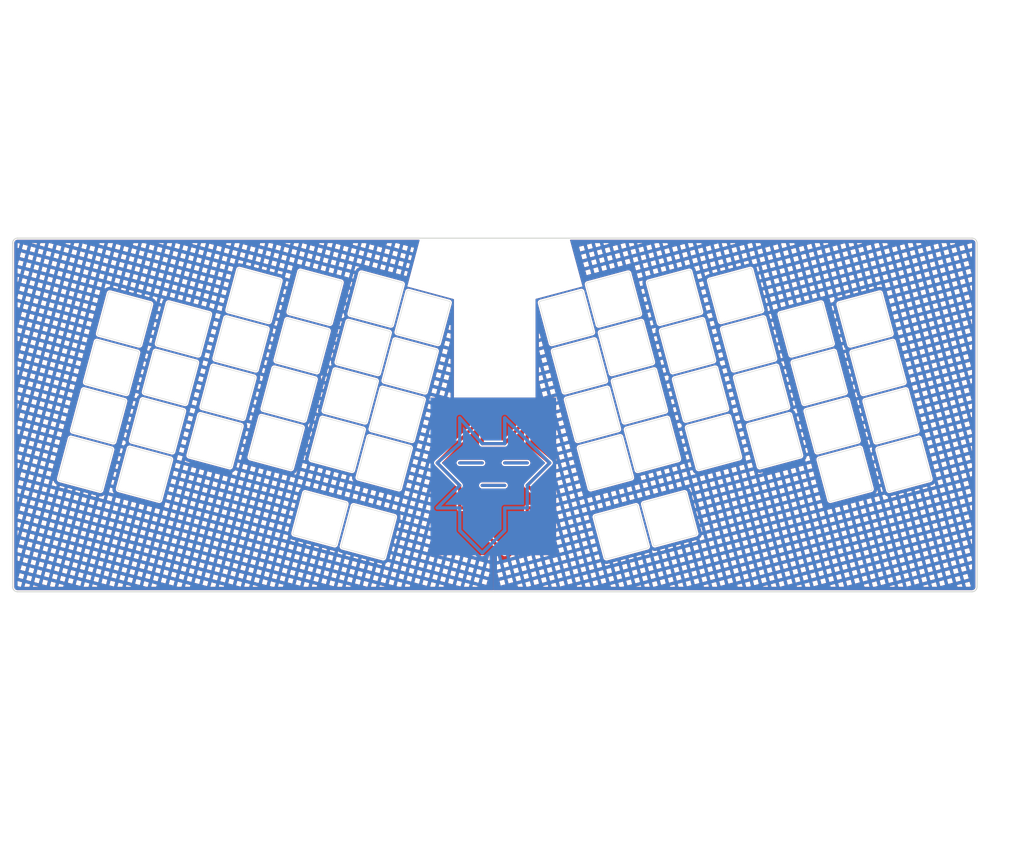
<source format=kicad_pcb>
(kicad_pcb (version 20220131) (generator pcbnew)
  (title_block (title "plate") (rev "v1.0.0") (company "Unknown"))
  (layers (0 "F.Cu" signal) (31 "B.Cu" signal) (34 "B.Paste" user) (35 "F.Paste" user) (36 "B.SilkS" user "B.Silkscreen") (37 "F.SilkS" user "F.Silkscreen") (38 "B.Mask" user) (39 "F.Mask" user) (44 "Edge.Cuts" user))
  (net 0 "")
  (gr_line (start 210.58 165.01) (end 210.58 158.01) (stroke (width 1)) (layer "F.Cu"))
  (gr_line (start 217.58 172.01) (end 210.58 165.01) (stroke (width 1)) (layer "F.Cu"))
  (gr_line (start 224.58 138.01) (end 231.58 144.01) (stroke (width 1)) (layer "F.Cu"))
  (gr_line (start 210.58 151.01) (end 217.58 151.01) (stroke (width 1)) (layer "F.Cu"))
  (gr_line (start 217.58 138.01) (end 224.58 130.01) (stroke (width 1)) (layer "F.Cu"))
  (gr_line (start 203.58 144.01) (end 210.58 144.01) (stroke (width 1)) (layer "F.Cu"))
  (gr_line (start 217.58 144.01) (end 224.58 144.01) (stroke (width 1)) (layer "F.Cu"))
  (gr_line (start 231.58 158.01) (end 224.58 158.01) (stroke (width 1)) (layer "F.Cu"))
  (gr_line (start 231.58 144.01) (end 224.58 151.01) (stroke (width 1)) (layer "F.Cu"))
  (gr_line (start 210.58 130.01) (end 210.58 138.01) (stroke (width 1)) (layer "F.Cu"))
  (gr_line (start 210.58 138.01) (end 217.58 138.01) (stroke (width 1)) (layer "F.Cu"))
  (gr_line (start 203.58 158.01) (end 203.58 151.01) (stroke (width 1)) (layer "F.Cu"))
  (gr_line (start 210.58 158.01) (end 203.58 158.01) (stroke (width 1)) (layer "F.Cu"))
  (gr_line (start 224.58 165.01) (end 217.58 172.01) (stroke (width 1)) (layer "F.Cu"))
  (gr_line (start 196.58 144.01) (end 210.58 130.01) (stroke (width 1)) (layer "F.Cu"))
  (gr_line (start 224.58 158.01) (end 224.58 165.01) (stroke (width 1)) (layer "F.Cu"))
  (gr_line (start 203.58 151.01) (end 196.58 144.01) (stroke (width 1)) (layer "F.Cu"))
  (gr_line (start 224.58 151.01) (end 231.58 158.01) (stroke (width 1)) (layer "F.Cu"))
  (gr_line (start 224.58 130.01) (end 224.58 138.01) (stroke (width 1)) (layer "F.Cu"))
  (gr_line (start 224.58 158.01) (end 217.58 158.01) (stroke (width 1)) (layer "B.Cu"))
  (gr_line (start 231.58 144.01) (end 224.58 151.01) (stroke (width 1)) (layer "B.Cu"))
  (gr_line (start 217.58 138.01) (end 217.58 130.01) (stroke (width 1)) (layer "B.Cu"))
  (gr_line (start 196.58 158.01) (end 203.58 151.01) (stroke (width 1)) (layer "B.Cu"))
  (gr_line (start 203.58 130.01) (end 210.58 138.01) (stroke (width 1)) (layer "B.Cu"))
  (gr_line (start 217.58 138.01) (end 217.58 130.01) (stroke (width 1)) (layer "B.Cu"))
  (gr_line (start 210.58 151.01) (end 217.58 151.01) (stroke (width 1)) (layer "B.Cu"))
  (gr_line (start 210.58 144.01) (end 203.58 144.01) (stroke (width 1)) (layer "B.Cu"))
  (gr_line (start 210.58 172.01) (end 203.58 165.01) (stroke (width 1)) (layer "B.Cu"))
  (gr_line (start 196.58 144.01) (end 203.58 138.01) (stroke (width 1)) (layer "B.Cu"))
  (gr_line (start 210.58 138.01) (end 217.58 138.01) (stroke (width 1)) (layer "B.Cu"))
  (gr_line (start 224.58 151.01) (end 224.58 158.01) (stroke (width 1)) (layer "B.Cu"))
  (gr_line (start 203.58 138.01) (end 203.58 130.01) (stroke (width 1)) (layer "B.Cu"))
  (gr_line (start 217.58 130.01) (end 231.58 144.01) (stroke (width 1)) (layer "B.Cu"))
  (gr_line (start 217.58 158.01) (end 217.58 165.01) (stroke (width 1)) (layer "B.Cu"))
  (gr_line (start 203.58 151.01) (end 196.58 144.01) (stroke (width 1)) (layer "B.Cu"))
  (gr_line (start 217.58 165.01) (end 210.58 172.01) (stroke (width 1)) (layer "B.Cu"))
  (gr_line (start 203.58 165.01) (end 203.58 158.01) (stroke (width 1)) (layer "B.Cu"))
  (gr_line (start 217.58 144.01) (end 224.58 144.01) (stroke (width 1)) (layer "B.Cu"))
  (gr_line (start 203.58 158.01) (end 196.58 158.01) (stroke (width 1)) (layer "B.Cu"))
  (gr_arc (start 338.189681 105.8576) (mid 338.56909 105.90755) (end 338.802053 106.211152) (stroke (width 0.15)) (layer "Edge.Cuts"))
  (gr_arc (start 329.256112 122.745208) (mid 328.876702 122.695258) (end 328.643739 122.391655) (stroke (width 0.15)) (layer "Edge.Cuts"))
  (gr_arc (start 127.454121 112.053163) (mid 127.150518 111.8202) (end 127.100567 111.440791) (stroke (width 0.15)) (layer "Edge.Cuts"))
  (gr_line (start 249.364524 173.864521) (end 261.921559 170.499873) (stroke (width 0.15)) (layer "Edge.Cuts"))
  (gr_line (start 245.30166 105.382603) (end 232.744625 108.74725) (stroke (width 0.15)) (layer "Edge.Cuts"))
  (gr_arc (start 362.99934 74.09066) (mid 364.06 74.53) (end 364.49934 75.59066) (stroke (width 0.3)) (layer "Edge.Cuts"))
  (gr_arc (start 192.216477 123.815693) (mid 192.52008 124.048656) (end 192.570031 124.428065) (stroke (width 0.15)) (layer "Edge.Cuts"))
  (gr_line (start 346.204278 133.836631) (end 342.839631 121.279595) (stroke (width 0.15)) (layer "Edge.Cuts"))
  (gr_line (start 154.56143 132.593962) (end 142.004394 129.229314) (stroke (width 0.15)) (layer "Edge.Cuts"))
  (gr_line (start 236.368091 122.270212) (end 248.925127 118.905564) (stroke (width 0.15)) (layer "Edge.Cuts"))
  (gr_line (start 309.973266 141.577677) (end 306.608619 129.020641) (stroke (width 0.15)) (layer "Edge.Cuts"))
  (gr_arc (start 159.62549 115.626484) (mid 159.392527 115.930087) (end 159.013118 115.980038) (stroke (width 0.15)) (layer "Edge.Cuts"))
  (gr_arc (start 162.636584 102.457076) (mid 162.940187 102.690039) (end 162.990138 103.069448) (stroke (width 0.15)) (layer "Edge.Cuts"))
  (gr_arc (start 245.387504 160.953932) (mid 245.437454 160.574522) (end 245.741057 160.341559) (stroke (width 0.15)) (layer "Edge.Cuts"))
  (gr_line (start 286.933728 127.071461) (end 283.569081 114.514425) (stroke (width 0.15)) (layer "Edge.Cuts"))
  (gr_line (start 263.954747 114.723098) (end 251.397711 118.087746) (stroke (width 0.15)) (layer "Edge.Cuts"))
  (gr_line (start 319.008705 155.979876) (end 331.565741 152.615229) (stroke (width 0.15)) (layer "Edge.Cuts"))
  (gr_line (start 289.04808 117.575665) (end 292.412728 130.1327) (stroke (width 0.15)) (layer "Edge.Cuts"))
  (gr_arc (start 259.91717 99.654655) (mid 260.296579 99.704606) (end 260.529542 100.008209) (stroke (width 0.15)) (layer "Edge.Cuts"))
  (gr_arc (start 250.9836 116.542265) (mid 250.604191 116.492314) (end 250.371228 116.188711) (stroke (width 0.15)) (layer "Edge.Cuts"))
  (gr_line (start 136.585952 130.1327) (end 139.950599 117.575665) (stroke (width 0.15)) (layer "Edge.Cuts"))
  (gr_arc (start 262.275112 169.887502) (mid 262.225162 170.266911) (end 261.921559 170.499873) (stroke (width 0.15)) (layer "Edge.Cuts"))
  (gr_arc (start 342.166701 118.768188) (mid 342.116751 119.147598) (end 341.813148 119.380561) (stroke (width 0.15)) (layer "Edge.Cuts"))
  (gr_arc (start 179.04707 120.804598) (mid 179.280033 120.500996) (end 179.659442 120.451046) (stroke (width 0.15)) (layer "Edge.Cuts"))
  (gr_line (start 121.688595 112.320029) (end 109.131559 108.955381) (stroke (width 0.15)) (layer "Edge.Cuts"))
  (gr_arc (start 131.491697 96.984721) (mid 131.188094 96.751758) (end 131.138144 96.372348) (stroke (width 0.15)) (layer "Edge.Cuts"))
  (gr_arc (start 236.368091 122.270212) (mid 235.988682 122.220261) (end 235.755719 121.916658) (stroke (width 0.15)) (layer "Edge.Cuts"))
  (gr_line (start 127.454121 112.053163) (end 140.011157 115.417811) (stroke (width 0.15)) (layer "Edge.Cuts"))
  (gr_line (start 138.380928 142.752276) (end 150.937963 146.116923) (stroke (width 0.15)) (layer "Edge.Cuts"))
  (gr_arc (start 155.019771 153.292888) (mid 155.252734 152.989285) (end 155.632144 152.939335) (stroke (width 0.15)) (layer "Edge.Cuts"))
  (gr_arc (start 176.035976 133.974007) (mid 175.732373 133.741044) (end 175.682422 133.361635) (stroke (width 0.15)) (layer "Edge.Cuts"))
  (gr_line (start 172.506714 84.939766) (end 169.142067 97.496802) (stroke (width 0.15)) (layer "Edge.Cuts"))
  (gr_line (start 160.393983 130.145095) (end 157.029335 142.70213) (stroke (width 0.15)) (layer "Edge.Cuts"))
  (gr_line (start 169.49562 98.109174) (end 182.052656 101.473822) (stroke (width 0.15)) (layer "Edge.Cuts"))
  (gr_line (start 255.081735 133.768561) (end 258.446382 146.325597) (stroke (width 0.15)) (layer "Edge.Cuts"))
  (gr_line (start 290.971305 142.139904) (end 287.606658 129.582868) (stroke (width 0.15)) (layer "Edge.Cuts"))
  (gr_line (start 342.166701 118.768188) (end 338.802053 106.211152) (stroke (width 0.15)) (layer "Edge.Cuts"))
  (gr_line (start 250.983601 116.542265) (end 263.540636 113.177617) (stroke (width 0.15)) (layer "Edge.Cuts"))
  (gr_arc (start 228.353494 94.291179) (mid 228.403445 93.91177) (end 228.707048 93.678807) (stroke (width 0.15)) (layer "Edge.Cuts"))
  (gr_line (start 118.677501 125.489437) (end 122.042149 112.932401) (stroke (width 0.15)) (layer "Edge.Cuts"))
  (gr_arc (start 113.613442 142.456915) (mid 113.917044 142.689878) (end 113.966994 143.069287) (stroke (width 0.15)) (layer "Edge.Cuts"))
  (gr_line (start 140.623529 115.064257) (end 143.988176 102.507222) (stroke (width 0.15)) (layer "Edge.Cuts"))
  (gr_line (start 173.563391 133.156189) (end 161.006355 129.791541) (stroke (width 0.15)) (layer "Edge.Cuts"))
  (gr_line (start 277.343556 165.849924) (end 273.978908 153.292888) (stroke (width 0.15)) (layer "Edge.Cuts"))
  (gr_line (start 168.469137 100.008209) (end 165.10449 112.565245) (stroke (width 0.15)) (layer "Edge.Cuts"))
  (gr_arc (start 138.380928 142.752276) (mid 138.077325 142.519313) (end 138.027374 142.139904) (stroke (width 0.15)) (layer "Edge.Cuts"))
  (gr_arc (start 327.942274 139.092267) (mid 328.321684 139.142217) (end 328.554647 139.44582) (stroke (width 0.15)) (layer "Edge.Cuts"))
  (gr_line (start 183.257622 160.341559) (end 170.700586 156.976912) (stroke (width 0.15)) (layer "Edge.Cuts"))
  (gr_arc (start 278.060715 146.116923) (mid 277.681306 146.066973) (end 277.448344 145.76337) (stroke (width 0.15)) (layer "Edge.Cuts"))
  (gr_line (start 144.661106 99.995815) (end 148.025754 87.438779) (stroke (width 0.15)) (layer "Edge.Cuts"))
  (gr_arc (start 251.044158 118.700119) (mid 251.094108 118.320709) (end 251.397711 118.087746) (stroke (width 0.15)) (layer "Edge.Cuts"))
  (gr_arc (start 141.392022 129.582868) (mid 141.624985 129.279265) (end 142.004394 129.229314) (stroke (width 0.15)) (layer "Edge.Cuts"))
  (gr_arc (start 188.1789 138.884136) (mid 188.482503 139.117099) (end 188.532454 139.496508) (stroke (width 0.15)) (layer "Edge.Cuts"))
  (gr_line (start 329.256112 122.745208) (end 341.813148 119.380561) (stroke (width 0.15)) (layer "Edge.Cuts"))
  (gr_arc (start 79.110378 149.517446) (mid 78.806775 149.284483) (end 78.756824 148.905074) (stroke (width 0.15)) (layer "Edge.Cuts"))
  (gr_arc (start 149.467177 99.445982) (mid 149.700139 99.142379) (end 150.079548 99.092429) (stroke (width 0.15)) (layer "Edge.Cuts"))
  (gr_line (start 79.110378 149.517446) (end 91.667413 152.882094) (stroke (width 0.15)) (layer "Edge.Cuts"))
  (gr_arc (start 337.331265 152.882093) (mid 336.951856 152.832143) (end 336.718894 152.52854) (stroke (width 0.15)) (layer "Edge.Cuts"))
  (gr_arc (start 245.30166 105.382603) (mid 245.68107 105.432553) (end 245.914033 105.736156) (stroke (width 0.15)) (layer "Edge.Cuts"))
  (gr_arc (start 240.466225 139.496508) (mid 240.516176 139.117099) (end 240.819779 138.884136) (stroke (width 0.15)) (layer "Edge.Cuts"))
  (gr_line (start 94.234203 91.14271) (end 90.869556 103.699745) (stroke (width 0.15)) (layer "Edge.Cuts"))
  (gr_line (start 95.29088 139.359132) (end 82.733844 135.994485) (stroke (width 0.15)) (layer "Edge.Cuts"))
  (gr_line (start 159.62549 115.626484) (end 162.990138 103.069448) (stroke (width 0.15)) (layer "Edge.Cuts"))
  (gr_arc (start 97.432938 152.615229) (mid 97.129335 152.382266) (end 97.079385 152.002856) (stroke (width 0.15)) (layer "Edge.Cuts"))
  (gr_line (start 82.121472 136.348038) (end 78.756824 148.905074) (stroke (width 0.15)) (layer "Edge.Cuts"))
  (gr_arc (start 319.86712 108.955381) (mid 320.246529 109.005332) (end 320.479492 109.308935) (stroke (width 0.15)) (layer "Edge.Cuts"))
  (gr_line (start 166.674161 87.388633) (end 154.117125 84.023986) (stroke (width 0.15)) (layer "Edge.Cuts"))
  (gr_arc (start 310.994109 128.000844) (mid 311.044059 127.621435) (end 311.347661 127.388472) (stroke (width 0.15)) (layer "Edge.Cuts"))
  (gr_line (start 175.009492 135.873042) (end 171.644845 148.430078) (stroke (width 0.15)) (layer "Edge.Cuts"))
  (gr_arc (start 178.627451 116.188711) (mid 178.394488 116.492314) (end 178.015079 116.542265) (stroke (width 0.15)) (layer "Edge.Cuts"))
  (gr_line (start 259.058755 146.67915) (end 271.615791 143.314503) (stroke (width 0.15)) (layer "Edge.Cuts"))
  (gr_arc (start 117.651019 127.388471) (mid 117.954622 127.621434) (end 118.004572 128.000844) (stroke (width 0.15)) (layer "Edge.Cuts"))
  (gr_line (start 284.949946 100.349368) (end 297.506982 96.98472) (stroke (width 0.15)) (layer "Edge.Cuts"))
  (gr_arc (start 249.339238 120.451045) (mid 249.718647 120.500996) (end 249.95161 120.804599) (stroke (width 0.15)) (layer "Edge.Cuts"))
  (gr_line (start 109.54567 107.4099) (end 122.102706 110.774547) (stroke (width 0.15)) (layer "Edge.Cuts"))
  (gr_line (start 188.178901 138.884136) (end 175.621865 135.519488) (stroke (width 0.15)) (layer "Edge.Cuts"))
  (gr_arc (start 136.585952 130.132701) (mid 136.352989 130.436304) (end 135.973579 130.486254) (stroke (width 0.15)) (layer "Edge.Cuts"))
  (gr_line (start 183.084647 105.736156) (end 179.719999 118.293192) (stroke (width 0.15)) (layer "Edge.Cuts"))
  (gr_line (start 150.493659 97.546947) (end 163.050695 100.911595) (stroke (width 0.15)) (layer "Edge.Cuts"))
  (gr_arc (start 260.455947 156.916355) (mid 260.505897 156.536945) (end 260.8095 156.303982) (stroke (width 0.15)) (layer "Edge.Cuts"))
  (gr_arc (start 157.382888 143.314503) (mid 157.079285 143.08154) (end 157.029335 142.70213) (stroke (width 0.15)) (layer "Edge.Cuts"))
  (gr_line (start 259.856613 97.496802) (end 256.491965 84.939766) (stroke (width 0.15)) (layer "Edge.Cuts"))
  (gr_line (start 130.465215 98.883755) (end 127.100567 111.440791) (stroke (width 0.15)) (layer "Edge.Cuts"))
  (gr_line (start 315.829543 93.886938) (end 303.272507 97.251586) (stroke (width 0.15)) (layer "Edge.Cuts"))
  (gr_line (start 170.088214 157.330465) (end 166.723567 169.887501) (stroke (width 0.15)) (layer "Edge.Cuts"))
  (gr_line (start 101.470516 137.546786) (end 114.027552 140.911433) (stroke (width 0.15)) (layer "Edge.Cuts"))
  (gr_arc (start 331.919294 152.002856) (mid 331.869344 152.382266) (end 331.565741 152.615229) (stroke (width 0.15)) (layer "Edge.Cuts"))
  (gr_line (start 179.047069 120.804599) (end 175.682422 133.361635) (stroke (width 0.15)) (layer "Edge.Cuts"))
  (gr_line (start 161.420466 128.24606) (end 173.977502 131.610707) (stroke (width 0.15)) (layer "Edge.Cuts"))
  (gr_arc (start 293.883515 83.46176) (mid 294.262924 83.51171) (end 294.495887 83.815312) (stroke (width 0.15)) (layer "Edge.Cuts"))
  (gr_arc (start 278.858574 96.934575) (mid 278.808623 97.313984) (end 278.50502 97.546947) (stroke (width 0.15)) (layer "Edge.Cuts"))
  (gr_line (start 86.159049 121.279595) (end 82.794401 133.836631) (stroke (width 0.15)) (layer "Edge.Cuts"))
  (gr_arc (start 329.316669 124.903062) (mid 329.366619 124.523652) (end 329.670222 124.290689) (stroke (width 0.15)) (layer "Edge.Cuts"))
  (gr_arc (start 64.50066 75.59066) (mid 64.94 74.53) (end 66.00066 74.09066) (stroke (width 0.3)) (layer "Edge.Cuts"))
  (gr_line (start 278.919131 99.092429) (end 266.362095 102.457076) (stroke (width 0.15)) (layer "Edge.Cuts"))
  (gr_line (start 134.502792 83.815312) (end 131.138144 96.372348) (stroke (width 0.15)) (layer "Edge.Cuts"))
  (gr_arc (start 87.185531 119.380561) (mid 86.881928 119.147598) (end 86.831978 118.768188) (stroke (width 0.15)) (layer "Edge.Cuts"))
  (gr_line (start 333.354246 139.971505) (end 336.718894 152.52854) (stroke (width 0.15)) (layer "Edge.Cuts"))
  (gr_line (start 282.956708 114.160871) (end 270.399672 117.525519) (stroke (width 0.15)) (layer "Edge.Cuts"))
  (gr_arc (start 110.602347 155.626322) (mid 110.369384 155.929925) (end 109.989975 155.979876) (stroke (width 0.15)) (layer "Edge.Cuts"))
  (gr_line (start 288.987523 115.417811) (end 301.544559 112.053163) (stroke (width 0.15)) (layer "Edge.Cuts"))
  (gr_arc (start 266.008542 103.069449) (mid 266.058492 102.690039) (end 266.362095 102.457076) (stroke (width 0.15)) (layer "Edge.Cuts"))
  (gr_line (start 334.152104 90.789156) (end 321.595068 94.153804) (stroke (width 0.15)) (layer "Edge.Cuts"))
  (gr_line (start 337.331266 152.882094) (end 349.888302 149.517446) (stroke (width 0.15)) (layer "Edge.Cuts"))
  (gr_arc (start 246.946023 101.473822) (mid 246.566614 101.423871) (end 246.333651 101.120268) (stroke (width 0.15)) (layer "Edge.Cuts"))
  (gr_arc (start 323.904697 124.023825) (mid 324.284106 124.073775) (end 324.517069 124.377377) (stroke (width 0.15)) (layer "Edge.Cuts"))
  (gr_line (start 90.196626 106.211152) (end 86.831978 118.768188) (stroke (width 0.15)) (layer "Edge.Cuts"))
  (gr_arc (start 325.218535 107.676765) (mid 324.839125 107.626815) (end 324.606162 107.323212) (stroke (width 0.15)) (layer "Edge.Cuts"))
  (gr_line (start 153.504753 84.377539) (end 150.140106 96.934575) (stroke (width 0.15)) (layer "Edge.Cuts"))
  (gr_arc (start 165.458043 113.177616) (mid 165.15444 112.944654) (end 165.10449 112.565245) (stroke (width 0.15)) (layer "Edge.Cuts"))
  (gr_line (start 278.060716 146.116923) (end 290.617752 142.752276) (stroke (width 0.15)) (layer "Edge.Cuts"))
  (gr_line (start 285.010503 102.507222) (end 288.37515 115.064257) (stroke (width 0.15)) (layer "Edge.Cuts"))
  (gr_line (start 255.021178 131.610707) (end 267.578214 128.24606) (stroke (width 0.15)) (layer "Edge.Cuts"))
  (gr_line (start 122.390061 129.020641) (end 119.025413 141.577677) (stroke (width 0.15)) (layer "Edge.Cuts"))
  (gr_arc (start 107.403611 94.153804) (mid 107.707214 94.386767) (end 107.757165 94.766176) (stroke (width 0.15)) (layer "Edge.Cuts"))
  (gr_line (start 314.971128 140.911433) (end 327.528164 137.546786) (stroke (width 0.15)) (layer "Edge.Cuts"))
  (gr_line (start 64.50066 75.59066) (end 64.50066 182.58934) (stroke (width 0.3)) (layer "Edge.Cuts"))
  (gr_arc (start 325.279093 109.834619) (mid 325.329043 109.45521) (end 325.632645 109.222247) (stroke (width 0.15)) (layer "Edge.Cuts"))
  (gr_line (start 152.008677 166.462296) (end 164.565713 169.826944) (stroke (width 0.15)) (layer "Edge.Cuts"))
  (gr_line (start 327.881717 136.934413) (end 324.517069 124.377377) (stroke (width 0.15)) (layer "Edge.Cuts"))
  (gr_line (start 253.376815 135.519488) (end 240.819779 138.884136) (stroke (width 0.15)) (layer "Edge.Cuts"))
  (gr_arc (start 197.280538 106.848216) (mid 197.047575 107.151819) (end 196.668165 107.201769) (stroke (width 0.15)) (layer "Edge.Cuts"))
  (gr_arc (start 145.429599 114.514425) (mid 145.662562 114.210822) (end 146.041971 114.160871) (stroke (width 0.15)) (layer "Edge.Cuts"))
  (gr_line (start 310.994108 128.000844) (end 314.358755 140.55788) (stroke (width 0.15)) (layer "Edge.Cuts"))
  (gr_arc (start 297.062677 145.554697) (mid 296.683268 145.504746) (end 296.450305 145.201143) (stroke (width 0.15)) (layer "Edge.Cuts"))
  (gr_arc (start 284.949946 100.349368) (mid 284.570536 100.299418) (end 284.337573 99.995815) (stroke (width 0.15)) (layer "Edge.Cuts"))
  (gr_line (start 157.382889 143.314503) (end 169.939925 146.67915) (stroke (width 0.15)) (layer "Edge.Cuts"))
  (gr_line (start 286.994285 129.229314) (end 274.437249 132.593962) (stroke (width 0.15)) (layer "Edge.Cuts"))
  (gr_arc (start 342.227258 120.926042) (mid 342.606668 120.975992) (end 342.839631 121.279595) (stroke (width 0.15)) (layer "Edge.Cuts"))
  (gr_arc (start 301.958669 113.598645) (mid 302.338079 113.648595) (end 302.571042 113.952198) (stroke (width 0.15)) (layer "Edge.Cuts"))
  (gr_line (start 242.969004 88.563232) (end 246.333651 101.120268) (stroke (width 0.15)) (layer "Edge.Cuts"))
  (gr_arc (start 297.860534 96.372348) (mid 297.810584 96.751757) (end 297.506982 96.98472) (stroke (width 0.15)) (layer "Edge.Cuts"))
  (gr_line (start 269.985562 115.980038) (end 282.542598 112.61539) (stroke (width 0.15)) (layer "Edge.Cuts"))
  (gr_line (start 240.405668 137.338655) (end 252.962704 133.974007) (stroke (width 0.15)) (layer "Edge.Cuts"))
  (gr_arc (start 154.561429 132.593962) (mid 154.865032 132.826925) (end 154.914983 133.206334) (stroke (width 0.15)) (layer "Edge.Cuts"))
  (gr_line (start 97.432939 152.615229) (end 109.989975 155.979876) (stroke (width 0.15)) (layer "Edge.Cuts"))
  (gr_arc (start 257.353835 148.430078) (mid 257.303884 148.809487) (end 257.000281 149.04245) (stroke (width 0.15)) (layer "Edge.Cuts"))
  (gr_arc (start 264.432966 169.826944) (mid 264.053557 169.776993) (end 263.820594 169.47339) (stroke (width 0.15)) (layer "Edge.Cuts"))
  (gr_arc (start 333.293689 137.813651) (mid 332.914279 137.763701) (end 332.681316 137.460098) (stroke (width 0.15)) (layer "Edge.Cuts"))
  (gr_line (start 185.676122 87.95086) (end 173.119087 84.586213) (stroke (width 0.15)) (layer "Edge.Cuts"))
  (gr_line (start 117.651018 127.388472) (end 105.093982 124.023824) (stroke (width 0.15)) (layer "Edge.Cuts"))
  (gr_line (start 329.316669 124.903062) (end 332.681316 137.460098) (stroke (width 0.15)) (layer "Edge.Cuts"))
  (gr_line (start 321.241515 94.766176) (end 324.606162 107.323212) (stroke (width 0.15)) (layer "Edge.Cuts"))
  (gr_line (start 327.942274 139.092267) (end 315.385238 142.456914) (stroke (width 0.15)) (layer "Edge.Cuts"))
  (gr_arc (start 170.088214 157.330466) (mid 170.321177 157.026863) (end 170.700586 156.976912) (stroke (width 0.15)) (layer "Edge.Cuts"))
  (gr_line (start 197.280538 106.848216) (end 200.645185 94.29118) (stroke (width 0.15)) (layer "Edge.Cuts"))
  (gr_line (start 264.432967 169.826944) (end 276.990002 166.462296) (stroke (width 0.15)) (layer "Edge.Cuts"))
  (gr_arc (start 255.021178 131.610707) (mid 254.641768 131.560757) (end 254.408805 131.257154) (stroke (width 0.15)) (layer "Edge.Cuts"))
  (gr_line (start 362.99934 74.09066) (end 66.00066 74.09066) (stroke (width 0.3)) (layer "Edge.Cuts"))
  (gr_arc (start 274.881553 84.023986) (mid 275.260963 84.073936) (end 275.493926 84.377539) (stroke (width 0.15)) (layer "Edge.Cuts"))
  (gr_arc (start 282.896151 112.003017) (mid 282.846201 112.382427) (end 282.542598 112.61539) (stroke (width 0.15)) (layer "Edge.Cuts"))
  (gr_arc (start 270.046119 118.137892) (mid 270.096069 117.758482) (end 270.399672 117.525519) (stroke (width 0.15)) (layer "Edge.Cuts"))
  (gr_line (start 99.328457 124.290689) (end 86.771421 120.926042) (stroke (width 0.15)) (layer "Edge.Cuts"))
  (gr_arc (start 193.242961 121.916659) (mid 193.009998 122.220262) (end 192.630588 122.270212) (stroke (width 0.15)) (layer "Edge.Cuts"))
  (gr_line (start 255.879593 84.586213) (end 243.322557 87.95086) (stroke (width 0.15)) (layer "Edge.Cuts"))
  (gr_line (start 112.556764 94.240492) (end 109.192117 106.797527) (stroke (width 0.15)) (layer "Edge.Cuts"))
  (gr_line (start 325.218535 107.676765) (end 337.77557 104.312118) (stroke (width 0.15)) (layer "Edge.Cuts"))
  (gr_arc (start 305.935689 126.509233) (mid 305.885739 126.888643) (end 305.582136 127.121606) (stroke (width 0.15)) (layer "Edge.Cuts"))
  (gr_arc (start 236.428648 124.428065) (mid 236.478599 124.048656) (end 236.782202 123.815693) (stroke (width 0.15)) (layer "Edge.Cuts"))
  (gr_line (start 107.403611 94.153804) (end 94.846575 90.789156) (stroke (width 0.15)) (layer "Edge.Cuts"))
  (gr_line (start 245.387504 160.953932) (end 248.752151 173.510968) (stroke (width 0.15)) (layer "Edge.Cuts"))
  (gr_line (start 110.602347 155.626323) (end 113.966994 143.069287) (stroke (width 0.15)) (layer "Edge.Cuts"))
  (gr_arc (start 187.122224 90.667714) (mid 187.355187 90.364111) (end 187.734596 90.31416) (stroke (width 0.15)) (layer "Edge.Cuts"))
  (gr_arc (start 125.726172 97.251586) (mid 126.029775 97.484549) (end 126.079726 97.863958) (stroke (width 0.15)) (layer "Edge.Cuts"))
  (gr_arc (start 196.254055 108.74725) (mid 196.557658 108.980213) (end 196.607608 109.359623) (stroke (width 0.15)) (layer "Edge.Cuts"))
  (gr_line (start 105.508093 122.478343) (end 118.065129 125.84299) (stroke (width 0.15)) (layer "Edge.Cuts"))
  (gr_line (start 274.023139 131.048481) (end 286.580175 127.683833) (stroke (width 0.15)) (layer "Edge.Cuts"))
  (gr_line (start 104.48161 124.377377) (end 101.116962 136.934413) (stroke (width 0.15)) (layer "Edge.Cuts"))
  (gr_arc (start 245.241102 103.224749) (mid 245.191152 103.604158) (end 244.88755 103.837121) (stroke (width 0.15)) (layer "Edge.Cuts"))
  (gr_arc (start 338.129124 103.699746) (mid 338.079173 104.079155) (end 337.77557 104.312118) (stroke (width 0.15)) (layer "Edge.Cuts"))
  (gr_line (start 114.639924 140.55788) (end 118.004572 128.000844) (stroke (width 0.15)) (layer "Edge.Cuts"))
  (gr_arc (start 364.49868 182.58868) (mid 364.05934 183.64934) (end 362.99868 184.08868) (stroke (width 0.3)) (layer "Edge.Cuts"))
  (gr_line (start 267.931767 127.633687) (end 264.567119 115.076652) (stroke (width 0.15)) (layer "Edge.Cuts"))
  (gr_line (start 164.43156 115.076652) (end 161.066912 127.633687) (stroke (width 0.15)) (layer "Edge.Cuts"))
  (gr_line (start 245.241103 103.224749) (end 241.876456 90.667713) (stroke (width 0.15)) (layer "Edge.Cuts"))
  (gr_line (start 301.898112 111.440791) (end 298.533465 98.883755) (stroke (width 0.15)) (layer "Edge.Cuts"))
  (gr_arc (start 269.985561 115.980038) (mid 269.606152 115.930087) (end 269.373189 115.626484) (stroke (width 0.15)) (layer "Edge.Cuts"))
  (gr_line (start 301.958669 113.598645) (end 289.401633 116.963292) (stroke (width 0.15)) (layer "Edge.Cuts"))
  (gr_line (start 232.391071 109.359623) (end 235.755719 121.916658) (stroke (width 0.15)) (layer "Edge.Cuts"))
  (gr_line (start 165.458043 113.177617) (end 178.015079 116.542265) (stroke (width 0.15)) (layer "Edge.Cuts"))
  (gr_arc (start 258.298092 156.976912) (mid 258.677502 157.026862) (end 258.910465 157.330465) (stroke (width 0.15)) (layer "Edge.Cuts"))
  (gr_arc (start 82.121472 136.348039) (mid 82.354435 136.044436) (end 82.733844 135.994485) (stroke (width 0.15)) (layer "Edge.Cuts"))
  (gr_arc (start 105.508092 122.478342) (mid 105.20449 122.245379) (end 105.15454 121.86597) (stroke (width 0.15)) (layer "Edge.Cuts"))
  (gr_line (start 143.634623 101.894849) (end 131.077587 98.530202) (stroke (width 0.15)) (layer "Edge.Cuts"))
  (gr_arc (start 280.972926 87.438779) (mid 281.022876 87.059369) (end 281.326479 86.826406) (stroke (width 0.15)) (layer "Edge.Cuts"))
  (gr_arc (start 319.806563 106.797528) (mid 319.756612 107.176937) (end 319.453009 107.4099) (stroke (width 0.15)) (layer "Edge.Cuts"))
  (gr_arc (start 123.416544 127.121606) (mid 123.112941 126.888643) (end 123.06299 126.509234) (stroke (width 0.15)) (layer "Edge.Cuts"))
  (gr_arc (start 104.48161 124.377378) (mid 104.714573 124.073775) (end 105.093982 124.023824) (stroke (width 0.15)) (layer "Edge.Cuts"))
  (gr_arc (start 314.971128 140.911433) (mid 314.591718 140.861483) (end 314.358755 140.55788) (stroke (width 0.15)) (layer "Edge.Cuts"))
  (gr_arc (start 323.84414 121.865971) (mid 323.794189 122.24538) (end 323.490586 122.478343) (stroke (width 0.15)) (layer "Edge.Cuts"))
  (gr_arc (start 321.241515 94.766177) (mid 321.291465 94.386767) (end 321.595068 94.153804) (stroke (width 0.15)) (layer "Edge.Cuts"))
  (gr_arc (start 91.223108 104.312117) (mid 90.919506 104.079154) (end 90.869556 103.699745) (stroke (width 0.15)) (layer "Edge.Cuts"))
  (gr_line (start 259.91717 99.654655) (end 247.360134 103.019303) (stroke (width 0.15)) (layer "Edge.Cuts"))
  (gr_line (start 323.84414 121.86597) (end 320.479492 109.308935) (stroke (width 0.15)) (layer "Edge.Cuts"))
  (gr_line (start 338.129124 103.699745) (end 334.764476 91.14271) (stroke (width 0.15)) (layer "Edge.Cuts"))
  (gr_line (start 167.07712 170.499873) (end 179.634156 173.864521) (stroke (width 0.15)) (layer "Edge.Cuts"))
  (gr_line (start 196.254055 108.74725) (end 183.697019 105.382603) (stroke (width 0.15)) (layer "Edge.Cuts"))
  (gr_arc (start 297.921092 98.530202) (mid 298.300502 98.580152) (end 298.533465 98.883755) (stroke (width 0.15)) (layer "Edge.Cuts"))
  (gr_arc (start 180.246528 173.510967) (mid 180.013565 173.81457) (end 179.634156 173.864521) (stroke (width 0.15)) (layer "Edge.Cuts"))
  (gr_line (start 249.27868 118.293192) (end 245.914033 105.736156) (stroke (width 0.15)) (layer "Edge.Cuts"))
  (gr_line (start 236.428648 124.428065) (end 239.793296 136.985101) (stroke (width 0.15)) (layer "Edge.Cuts"))
  (gr_line (start 200.291632 93.678807) (end 187.734596 90.31416) (stroke (width 0.15)) (layer "Edge.Cuts"))
  (gr_arc (start 90.196626 106.211153) (mid 90.429589 105.90755) (end 90.808998 105.857599) (stroke (width 0.15)) (layer "Edge.Cuts"))
  (gr_line (start 180.246528 173.510968) (end 183.611176 160.953932) (stroke (width 0.15)) (layer "Edge.Cuts"))
  (gr_arc (start 293.025099 130.486253) (mid 292.64569 130.436303) (end 292.412728 130.1327) (stroke (width 0.15)) (layer "Edge.Cuts"))
  (gr_line (start 315.031685 143.069287) (end 318.396332 155.626323) (stroke (width 0.15)) (layer "Edge.Cuts"))
  (gr_line (start 293.085657 132.644107) (end 296.450305 145.201143) (stroke (width 0.15)) (layer "Edge.Cuts"))
  (gr_arc (start 247.006581 103.631676) (mid 247.056531 103.252266) (end 247.360134 103.019303) (stroke (width 0.15)) (layer "Edge.Cuts"))
  (gr_arc (start 99.328458 124.29069) (mid 99.63206 124.523653) (end 99.68201 124.903062) (stroke (width 0.15)) (layer "Edge.Cuts"))
  (gr_line (start 323.904697 124.023824) (end 311.347661 127.388472) (stroke (width 0.15)) (layer "Edge.Cuts"))
  (gr_line (start 96.317363 137.460098) (end 99.68201 124.903062) (stroke (width 0.15)) (layer "Edge.Cuts"))
  (gr_arc (start 241.264083 90.31416) (mid 241.643493 90.36411) (end 241.876456 90.667713) (stroke (width 0.15)) (layer "Edge.Cuts"))
  (gr_arc (start 319.008705 155.979876) (mid 318.629295 155.929926) (end 318.396332 155.626323) (stroke (width 0.15)) (layer "Edge.Cuts"))
  (gr_arc (start 160.393983 130.145095) (mid 160.626946 129.841492) (end 161.006355 129.791541) (stroke (width 0.15)) (layer "Edge.Cuts"))
  (gr_arc (start 263.954748 114.723099) (mid 264.334157 114.773049) (end 264.567119 115.076652) (stroke (width 0.15)) (layer "Edge.Cuts"))
  (gr_arc (start 143.634624 101.89485) (mid 143.938226 102.127813) (end 143.988176 102.507222) (stroke (width 0.15)) (layer "Edge.Cuts"))
  (gr_arc (start 146.456082 112.61539) (mid 146.152479 112.382427) (end 146.102528 112.003018) (stroke (width 0.15)) (layer "Edge.Cuts"))
  (gr_line (start 132.548375 145.201143) (end 135.913022 132.644107) (stroke (width 0.15)) (layer "Edge.Cuts"))
  (gr_line (start 119.378966 142.190049) (end 131.936002 145.554697) (stroke (width 0.15)) (layer "Edge.Cuts"))
  (gr_arc (start 104.392517 107.323211) (mid 104.159554 107.626814) (end 103.780145 107.676765) (stroke (width 0.15)) (layer "Edge.Cuts"))
  (gr_arc (start 175.009492 135.873041) (mid 175.242455 135.569438) (end 175.621865 135.519488) (stroke (width 0.15)) (layer "Edge.Cuts"))
  (gr_line (start 267.992324 129.791541) (end 255.435288 133.156189) (stroke (width 0.15)) (layer "Edge.Cuts"))
  (gr_arc (start 177.600968 118.087746) (mid 177.904571 118.320709) (end 177.954522 118.700118) (stroke (width 0.15)) (layer "Edge.Cuts"))
  (gr_line (start 265.947985 100.911595) (end 278.50502 97.546947) (stroke (width 0.15)) (layer "Edge.Cuts"))
  (gr_arc (start 112.556764 94.240491) (mid 112.789727 93.936888) (end 113.169137 93.886938) (stroke (width 0.15)) (layer "Edge.Cuts"))
  (gr_arc (start 302.918954 97.863959) (mid 302.968904 97.484549) (end 303.272507 97.251586) (stroke (width 0.15)) (layer "Edge.Cuts"))
  (gr_arc (start 265.947984 100.911595) (mid 265.568575 100.861644) (end 265.335612 100.558041) (stroke (width 0.15)) (layer "Edge.Cuts"))
  (gr_arc (start 103.366035 109.222246) (mid 103.669638 109.455209) (end 103.719588 109.834619) (stroke (width 0.15)) (layer "Edge.Cuts"))
  (gr_line (start 151.550336 145.76337) (end 154.914983 133.206334) (stroke (width 0.15)) (layer "Edge.Cuts"))
  (gr_arc (start 100.444033 139.445821) (mid 100.676996 139.142218) (end 101.056405 139.092267) (stroke (width 0.15)) (layer "Edge.Cuts"))
  (gr_arc (start 333.354246 139.971505) (mid 333.404196 139.592095) (end 333.707799 139.359132) (stroke (width 0.15)) (layer "Edge.Cuts"))
  (gr_line (start 240.466225 139.496508) (end 243.830873 152.053544) (stroke (width 0.15)) (layer "Edge.Cuts"))
  (gr_arc (start 255.081735 133.768562) (mid 255.131685 133.389152) (end 255.435288 133.156189) (stroke (width 0.15)) (layer "Edge.Cuts"))
  (gr_line (start 146.456082 112.61539) (end 159.013118 115.980038) (stroke (width 0.15)) (layer "Edge.Cuts"))
  (gr_line (start 104.392517 107.323212) (end 107.757165 94.766176) (stroke (width 0.15)) (layer "Edge.Cuts"))
  (gr_line (start 274.881554 84.023986) (end 262.324518 87.388633) (stroke (width 0.15)) (layer "Edge.Cuts"))
  (gr_arc (start 185.167807 152.053545) (mid 184.934844 152.357148) (end 184.555434 152.407098) (stroke (width 0.15)) (layer "Edge.Cuts"))
  (gr_arc (start 278.919132 99.092429) (mid 279.298541 99.142379) (end 279.531503 99.445982) (stroke (width 0.15)) (layer "Edge.Cuts"))
  (gr_arc (start 259.058755 146.67915) (mid 258.679345 146.6292) (end 258.446382 146.325597) (stroke (width 0.15)) (layer "Edge.Cuts"))
  (gr_arc (start 261.970965 88.001006) (mid 262.020915 87.621596) (end 262.324518 87.388633) (stroke (width 0.15)) (layer "Edge.Cuts"))
  (gr_line (start 192.216478 123.815693) (end 179.659442 120.451046) (stroke (width 0.15)) (layer "Edge.Cuts"))
  (gr_arc (start 109.54567 107.4099) (mid 109.242067 107.176937) (end 109.192117 106.797527) (stroke (width 0.15)) (layer "Edge.Cuts"))
  (gr_line (start 261.970965 88.001006) (end 265.335612 100.558041) (stroke (width 0.15)) (layer "Edge.Cuts"))
  (gr_arc (start 114.639924 140.557879) (mid 114.406961 140.861482) (end 114.027552 140.911433) (stroke (width 0.15)) (layer "Edge.Cuts"))
  (gr_arc (start 139.597046 116.963292) (mid 139.900649 117.196255) (end 139.950599 117.575665) (stroke (width 0.15)) (layer "Edge.Cuts"))
  (gr_arc (start 327.881717 136.934413) (mid 327.831767 137.313823) (end 327.528164 137.546786) (stroke (width 0.15)) (layer "Edge.Cuts"))
  (gr_line (start 280.972926 87.438779) (end 284.337573 99.995815) (stroke (width 0.15)) (layer "Edge.Cuts"))
  (gr_line (start 253.316257 133.361635) (end 249.95161 120.804599) (stroke (width 0.15)) (layer "Edge.Cuts"))
  (gr_line (start 163.663067 100.558041) (end 167.027715 88.001006) (stroke (width 0.15)) (layer "Edge.Cuts"))
  (gr_arc (start 66.00066 184.08934) (mid 64.94 183.65) (end 64.50066 182.58934) (stroke (width 0.3)) (layer "Edge.Cuts"))
  (gr_line (start 306.895974 110.774547) (end 319.453009 107.4099) (stroke (width 0.15)) (layer "Edge.Cuts"))
  (gr_arc (start 274.083696 133.206335) (mid 274.133646 132.826925) (end 274.437249 132.593962) (stroke (width 0.15)) (layer "Edge.Cuts"))
  (gr_arc (start 253.376815 135.519488) (mid 253.756224 135.569439) (end 253.989187 135.873042) (stroke (width 0.15)) (layer "Edge.Cuts"))
  (gr_arc (start 158.599007 117.52552) (mid 158.90261 117.758482) (end 158.95256 118.137891) (stroke (width 0.15)) (layer "Edge.Cuts"))
  (gr_arc (start 240.405668 137.338655) (mid 240.026259 137.288704) (end 239.793296 136.985101) (stroke (width 0.15)) (layer "Edge.Cuts"))
  (gr_line (start 145.429599 114.514425) (end 142.064951 127.071461) (stroke (width 0.15)) (layer "Edge.Cuts"))
  (gr_line (start 274.083696 133.206334) (end 277.448344 145.76337) (stroke (width 0.15)) (layer "Edge.Cuts"))
  (gr_arc (start 189.205384 136.985102) (mid 188.972421 137.288705) (end 188.593011 137.338655) (stroke (width 0.15)) (layer "Edge.Cuts"))
  (gr_arc (start 255.879593 84.586212) (mid 256.259002 84.636163) (end 256.491965 84.939766) (stroke (width 0.15)) (layer "Edge.Cuts"))
  (gr_arc (start 277.343556 165.849924) (mid 277.293605 166.229333) (end 276.990002 166.462296) (stroke (width 0.15)) (layer "Edge.Cuts"))
  (gr_arc (start 259.856613 97.496802) (mid 259.806662 97.876211) (end 259.503059 98.109174) (stroke (width 0.15)) (layer "Edge.Cuts"))
  (gr_line (start 113.613441 142.456914) (end 101.056405 139.092267) (stroke (width 0.15)) (layer "Edge.Cuts"))
  (gr_line (start 171.998398 149.04245) (end 184.555434 152.407098) (stroke (width 0.15)) (layer "Edge.Cuts"))
  (gr_arc (start 346.264835 135.994485) (mid 346.644245 136.044435) (end 346.877208 136.348038) (stroke (width 0.15)) (layer "Edge.Cuts"))
  (gr_arc (start 232.330515 107.201769) (mid 231.951105 107.151819) (end 231.718142 106.848216) (stroke (width 0.15)) (layer "Edge.Cuts"))
  (gr_line (start 241.264083 90.31416) (end 228.707048 93.678807) (stroke (width 0.15)) (layer "Edge.Cuts"))
  (gr_line (start 155.019771 153.292888) (end 151.655124 165.849924) (stroke (width 0.15)) (layer "Edge.Cuts"))
  (gr_line (start 162.636584 102.457076) (end 150.079548 99.092429) (stroke (width 0.15)) (layer "Edge.Cuts"))
  (gr_arc (start 253.316258 133.361635) (mid 253.266307 133.741044) (end 252.962704 133.974007) (stroke (width 0.15)) (layer "Edge.Cuts"))
  (gr_arc (start 171.998399 149.04245) (mid 171.694796 148.809487) (end 171.644845 148.430078) (stroke (width 0.15)) (layer "Edge.Cuts"))
  (gr_arc (start 135.559468 132.031735) (mid 135.863071 132.264698) (end 135.913022 132.644107) (stroke (width 0.15)) (layer "Edge.Cuts"))
  (gr_line (start 66.00066 184.08934) (end 362.99868 184.08868) (stroke (width 0.3)) (layer "Edge.Cuts"))
  (gr_line (start 260.455947 156.916355) (end 263.820594 169.47339) (stroke (width 0.15)) (layer "Edge.Cuts"))
  (gr_line (start 266.008542 103.069448) (end 269.373189 115.626484) (stroke (width 0.15)) (layer "Edge.Cuts"))
  (gr_arc (start 151.550335 145.763371) (mid 151.317372 146.066973) (end 150.937963 146.116923) (stroke (width 0.15)) (layer "Edge.Cuts"))
  (gr_line (start 189.205384 136.985101) (end 192.570031 124.428065) (stroke (width 0.15)) (layer "Edge.Cuts"))
  (gr_arc (start 185.676122 87.95086) (mid 185.979725 88.183823) (end 186.029676 88.563232) (stroke (width 0.15)) (layer "Edge.Cuts"))
  (gr_arc (start 285.010503 102.507222) (mid 285.060453 102.127812) (end 285.364056 101.894849) (stroke (width 0.15)) (layer "Edge.Cuts"))
  (gr_arc (start 126.427638 113.952199) (mid 126.660601 113.648596) (end 127.04001 113.598645) (stroke (width 0.15)) (layer "Edge.Cuts"))
  (gr_line (start 364.49868 182.58868) (end 364.49934 75.59066) (stroke (width 0.3)) (layer "Edge.Cuts"))
  (gr_line (start 263.89419 112.565245) (end 260.529542 100.008209) (stroke (width 0.15)) (layer "Edge.Cuts"))
  (gr_line (start 180.073552 118.905564) (end 192.630588 122.270212) (stroke (width 0.15)) (layer "Edge.Cuts"))
  (gr_arc (start 100.35494 122.391654) (mid 100.121977 122.695257) (end 99.742568 122.745208) (stroke (width 0.15)) (layer "Edge.Cuts"))
  (gr_arc (start 152.008678 166.462296) (mid 151.705075 166.229333) (end 151.655124 165.849924) (stroke (width 0.15)) (layer "Edge.Cuts"))
  (gr_arc (start 183.084646 105.736156) (mid 183.317609 105.432553) (end 183.697019 105.382603) (stroke (width 0.15)) (layer "Edge.Cuts"))
  (gr_arc (start 172.506715 84.939765) (mid 172.739678 84.636163) (end 173.119087 84.586213) (stroke (width 0.15)) (layer "Edge.Cuts"))
  (gr_line (start 246.946024 101.473822) (end 259.503059 98.109174) (stroke (width 0.15)) (layer "Edge.Cuts"))
  (gr_line (start 310.933551 125.84299) (end 323.490586 122.478343) (stroke (width 0.15)) (layer "Edge.Cuts"))
  (gr_line (start 262.275113 169.887501) (end 258.910465 157.330465) (stroke (width 0.15)) (layer "Edge.Cuts"))
  (gr_line (start 83.147955 134.449003) (end 95.704991 137.813651) (stroke (width 0.15)) (layer "Edge.Cuts"))
  (gr_arc (start 140.623529 115.064257) (mid 140.390566 115.36786) (end 140.011157 115.417811) (stroke (width 0.15)) (layer "Edge.Cuts"))
  (gr_line (start 319.86712 108.955381) (end 307.310084 112.320029) (stroke (width 0.15)) (layer "Edge.Cuts"))
  (gr_arc (start 118.677501 125.489436) (mid 118.444538 125.793039) (end 118.065129 125.84299) (stroke (width 0.15)) (layer "Edge.Cuts"))
  (gr_arc (start 290.971305 142.139903) (mid 290.921355 142.519313) (end 290.617752 142.752276) (stroke (width 0.15)) (layer "Edge.Cuts"))
  (gr_line (start 100.444033 139.44582) (end 97.079385 152.002856) (stroke (width 0.15)) (layer "Edge.Cuts"))
  (gr_arc (start 350.241855 148.905073) (mid 350.191905 149.284483) (end 349.888302 149.517446) (stroke (width 0.15)) (layer "Edge.Cuts"))
  (gr_line (start 258.298093 156.976912) (end 245.741057 160.341559) (stroke (width 0.15)) (layer "Edge.Cuts"))
  (gr_line (start 147.6722 86.826406) (end 135.115164 83.461759) (stroke (width 0.15)) (layer "Edge.Cuts"))
  (gr_arc (start 153.504753 84.37754) (mid 153.737716 84.073937) (end 154.117125 84.023986) (stroke (width 0.15)) (layer "Edge.Cuts"))
  (gr_arc (start 274.023138 131.048481) (mid 273.643729 130.99853) (end 273.410766 130.694927) (stroke (width 0.15)) (layer "Edge.Cuts"))
  (gr_arc (start 167.077119 170.499873) (mid 166.773517 170.26691) (end 166.723567 169.887501) (stroke (width 0.15)) (layer "Edge.Cuts"))
  (gr_line (start 278.858574 96.934575) (end 275.493926 84.377539) (stroke (width 0.15)) (layer "Edge.Cuts"))
  (gr_line (start 305.996246 128.667087) (end 293.439211 132.031735) (stroke (width 0.15)) (layer "Edge.Cuts"))
  (gr_line (start 306.956531 112.932401) (end 310.321178 125.489437) (stroke (width 0.15)) (layer "Edge.Cuts"))
  (gr_arc (start 132.548375 145.201144) (mid 132.315412 145.504747) (end 131.936002 145.554697) (stroke (width 0.15)) (layer "Edge.Cuts"))
  (gr_arc (start 267.931767 127.633687) (mid 267.881817 128.013097) (end 267.578214 128.24606) (stroke (width 0.15)) (layer "Edge.Cuts"))
  (gr_line (start 91.223109 104.312118) (end 103.780145 107.676765) (stroke (width 0.15)) (layer "Edge.Cuts"))
  (gr_line (start 333.293689 137.813651) (end 345.850725 134.449003) (stroke (width 0.15)) (layer "Edge.Cuts"))
  (gr_arc (start 134.502792 83.815313) (mid 134.735755 83.51171) (end 135.115164 83.461759) (stroke (width 0.15)) (layer "Edge.Cuts"))
  (gr_line (start 158.599007 117.525519) (end 146.041971 114.160871) (stroke (width 0.15)) (layer "Edge.Cuts"))
  (gr_line (start 108.519187 109.308935) (end 105.15454 121.86597) (stroke (width 0.15)) (layer "Edge.Cuts"))
  (gr_arc (start 249.364524 173.864521) (mid 248.985114 173.814571) (end 248.752151 173.510968) (stroke (width 0.15)) (layer "Edge.Cuts"))
  (gr_arc (start 305.996247 128.667087) (mid 306.375656 128.717038) (end 306.608619 129.020641) (stroke (width 0.15)) (layer "Edge.Cuts"))
  (gr_arc (start 164.43156 115.076652) (mid 164.664523 114.773049) (end 165.043932 114.723098) (stroke (width 0.15)) (layer "Edge.Cuts"))
  (gr_line (start 305.935689 126.509234) (end 302.571042 113.952198) (stroke (width 0.15)) (layer "Edge.Cuts"))
  (gr_line (start 346.264835 135.994485) (end 333.707799 139.359132) (stroke (width 0.15)) (layer "Edge.Cuts"))
  (gr_arc (start 170.552297 146.325596) (mid 170.319334 146.629199) (end 169.939925 146.67915) (stroke (width 0.15)) (layer "Edge.Cuts"))
  (gr_line (start 184.11113 103.837121) (end 196.668165 107.201769) (stroke (width 0.15)) (layer "Edge.Cuts"))
  (gr_line (start 135.559469 132.031735) (end 123.002433 128.667087) (stroke (width 0.15)) (layer "Edge.Cuts"))
  (gr_arc (start 173.563391 133.15619) (mid 173.866994 133.389152) (end 173.916944 133.768561) (stroke (width 0.15)) (layer "Edge.Cuts"))
  (gr_line (start 331.919294 152.002856) (end 328.554647 139.44582) (stroke (width 0.15)) (layer "Edge.Cuts"))
  (gr_arc (start 122.39006 129.02064) (mid 122.623023 128.717037) (end 123.002433 128.667087) (stroke (width 0.15)) (layer "Edge.Cuts"))
  (gr_arc (start 144.661106 99.995814) (mid 144.428143 100.299417) (end 144.048734 100.349368) (stroke (width 0.15)) (layer "Edge.Cuts"))
  (gr_arc (start 169.495621 98.109174) (mid 169.192018 97.876211) (end 169.142067 97.496802) (stroke (width 0.15)) (layer "Edge.Cuts"))
  (gr_arc (start 122.715078 110.420993) (mid 122.482115 110.724596) (end 122.102706 110.774547) (stroke (width 0.15)) (layer "Edge.Cuts"))
  (gr_arc (start 306.956531 112.932402) (mid 307.006481 112.552992) (end 307.310084 112.320029) (stroke (width 0.15)) (layer "Edge.Cuts"))
  (gr_arc (start 282.956709 114.160871) (mid 283.336118 114.210822) (end 283.569081 114.514425) (stroke (width 0.15)) (layer "Edge.Cuts"))
  (gr_line (start 185.167806 152.053544) (end 188.532454 139.496508) (stroke (width 0.15)) (layer "Edge.Cuts"))
  (gr_line (start 176.035975 133.974007) (end 188.593011 137.338655) (stroke (width 0.15)) (layer "Edge.Cuts"))
  (gr_line (start 293.883515 83.461759) (end 281.326479 86.826406) (stroke (width 0.15)) (layer "Edge.Cuts"))
  (gr_line (start 297.860535 96.372348) (end 294.495887 83.815312) (stroke (width 0.15)) (layer "Edge.Cuts"))
  (gr_line (start 187.122224 90.667713) (end 183.757576 103.224749) (stroke (width 0.15)) (layer "Edge.Cuts"))
  (gr_arc (start 108.519187 109.308935) (mid 108.75215 109.005332) (end 109.131559 108.955381) (stroke (width 0.15)) (layer "Edge.Cuts"))
  (gr_arc (start 166.674162 87.388633) (mid 166.977765 87.621596) (end 167.027715 88.001006) (stroke (width 0.15)) (layer "Edge.Cuts"))
  (gr_line (start 181.638545 103.019303) (end 169.081509 99.654655) (stroke (width 0.15)) (layer "Edge.Cuts"))
  (gr_line (start 282.896151 112.003018) (end 279.531503 99.445982) (stroke (width 0.15)) (layer "Edge.Cuts"))
  (gr_line (start 123.416544 127.121606) (end 135.973579 130.486254) (stroke (width 0.15)) (layer "Edge.Cuts"))
  (gr_arc (start 130.465215 98.883756) (mid 130.698178 98.580153) (end 131.077587 98.530202) (stroke (width 0.15)) (layer "Edge.Cuts"))
  (gr_arc (start 150.493659 97.546946) (mid 150.190056 97.313984) (end 150.140106 96.934575) (stroke (width 0.15)) (layer "Edge.Cuts"))
  (gr_arc (start 147.672201 86.826406) (mid 147.975804 87.059369) (end 148.025754 87.438779) (stroke (width 0.15)) (layer "Edge.Cuts"))
  (gr_arc (start 271.969344 142.70213) (mid 271.919394 143.08154) (end 271.615791 143.314503) (stroke (width 0.15)) (layer "Edge.Cuts"))
  (gr_arc (start 155.587913 130.694927) (mid 155.35495 130.99853) (end 154.975541 131.048481) (stroke (width 0.15)) (layer "Edge.Cuts"))
  (gr_arc (start 315.031685 143.069287) (mid 315.081635 142.689877) (end 315.385238 142.456914) (stroke (width 0.15)) (layer "Edge.Cuts"))
  (gr_line (start 141.392022 129.582868) (end 138.027374 142.139904) (stroke (width 0.15)) (layer "Edge.Cuts"))
  (gr_line (start 271.969344 142.70213) (end 268.604697 130.145095) (stroke (width 0.15)) (layer "Edge.Cuts"))
  (gr_arc (start 119.378967 142.190049) (mid 119.075364 141.957086) (end 119.025413 141.577677) (stroke (width 0.15)) (layer "Edge.Cuts"))
  (gr_arc (start 165.178085 169.47339) (mid 164.945122 169.776993) (end 164.565713 169.826944) (stroke (width 0.15)) (layer "Edge.Cuts"))
  (gr_line (start 125.726172 97.251586) (end 113.169137 93.886938) (stroke (width 0.15)) (layer "Edge.Cuts"))
  (gr_line (start 87.185532 119.380561) (end 99.742568 122.745208) (stroke (width 0.15)) (layer "Edge.Cuts"))
  (gr_line (start 244.443245 152.407098) (end 257.000281 149.04245) (stroke (width 0.15)) (layer "Edge.Cuts"))
  (gr_line (start 350.241855 148.905074) (end 346.877208 136.348038) (stroke (width 0.15)) (layer "Edge.Cuts"))
  (gr_arc (start 83.147954 134.449004) (mid 82.844351 134.216041) (end 82.794401 133.836631) (stroke (width 0.15)) (layer "Edge.Cuts"))
  (gr_arc (start 232.391071 109.359622) (mid 232.441022 108.980213) (end 232.744625 108.74725) (stroke (width 0.15)) (layer "Edge.Cuts"))
  (gr_arc (start 249.27868 118.293191) (mid 249.22873 118.672601) (end 248.925127 118.905564) (stroke (width 0.15)) (layer "Edge.Cuts"))
  (gr_arc (start 289.04808 117.575665) (mid 289.09803 117.196255) (end 289.401633 116.963292) (stroke (width 0.15)) (layer "Edge.Cuts"))
  (gr_arc (start 86.159049 121.279596) (mid 86.392012 120.975993) (end 86.771421 120.926042) (stroke (width 0.15)) (layer "Edge.Cuts"))
  (gr_line (start 257.353835 148.430078) (end 253.989187 135.873042) (stroke (width 0.15)) (layer "Edge.Cuts"))
  (gr_line (start 297.062677 145.554697) (end 309.619713 142.190049) (stroke (width 0.15)) (layer "Edge.Cuts"))
  (gr_line (start 249.339238 120.451046) (end 236.782202 123.815693) (stroke (width 0.15)) (layer "Edge.Cuts"))
  (gr_line (start 177.600968 118.087746) (end 165.043932 114.723098) (stroke (width 0.15)) (layer "Edge.Cuts"))
  (gr_line (start 273.366536 152.939335) (end 260.8095 156.303982) (stroke (width 0.15)) (layer "Edge.Cuts"))
  (gr_line (start 247.006581 103.631675) (end 250.371228 116.188711) (stroke (width 0.15)) (layer "Edge.Cuts"))
  (gr_arc (start 286.994286 129.229314) (mid 287.373695 129.279265) (end 287.606658 129.582868) (stroke (width 0.15)) (layer "Edge.Cuts"))
  (gr_arc (start 301.898112 111.44079) (mid 301.848162 111.8202) (end 301.544559 112.053163) (stroke (width 0.15)) (layer "Edge.Cuts"))
  (gr_arc (start 94.234203 91.14271) (mid 94.467166 90.839107) (end 94.846575 90.789156) (stroke (width 0.15)) (layer "Edge.Cuts"))
  (gr_arc (start 180.073553 118.905564) (mid 179.76995 118.672601) (end 179.719999 118.293192) (stroke (width 0.15)) (layer "Edge.Cuts"))
  (gr_line (start 103.366034 109.222247) (end 90.808998 105.857599) (stroke (width 0.15)) (layer "Edge.Cuts"))
  (gr_arc (start 286.933728 127.07146) (mid 286.883778 127.45087) (end 286.580175 127.683833) (stroke (width 0.15)) (layer "Edge.Cuts"))
  (gr_line (start 182.665028 101.120268) (end 186.029676 88.563232) (stroke (width 0.15)) (layer "Edge.Cuts"))
  (gr_arc (start 95.29088 139.359132) (mid 95.594483 139.592095) (end 95.644433 139.971505) (stroke (width 0.15)) (layer "Edge.Cuts"))
  (gr_line (start 139.597046 116.963292) (end 127.04001 113.598645) (stroke (width 0.15)) (layer "Edge.Cuts"))
  (gr_arc (start 101.470515 137.546786) (mid 101.166912 137.313823) (end 101.116962 136.934413) (stroke (width 0.15)) (layer "Edge.Cuts"))
  (gr_arc (start 181.638545 103.019303) (mid 181.942148 103.252266) (end 181.992099 103.631675) (stroke (width 0.15)) (layer "Edge.Cuts"))
  (gr_line (start 193.242961 121.916658) (end 196.607608 109.359623) (stroke (width 0.15)) (layer "Edge.Cuts"))
  (gr_line (start 155.587913 130.694927) (end 158.95256 118.137891) (stroke (width 0.15)) (layer "Edge.Cuts"))
  (gr_arc (start 346.204277 133.836631) (mid 346.154327 134.21604) (end 345.850725 134.449003) (stroke (width 0.15)) (layer "Edge.Cuts"))
  (gr_arc (start 273.366535 152.939335) (mid 273.745945 152.989285) (end 273.978908 153.292888) (stroke (width 0.15)) (layer "Edge.Cuts"))
  (gr_line (start 174.589874 131.257154) (end 177.954522 118.700118) (stroke (width 0.15)) (layer "Edge.Cuts"))
  (gr_line (start 131.491698 96.98472) (end 144.048734 100.349368) (stroke (width 0.15)) (layer "Edge.Cuts"))
  (gr_line (start 297.921092 98.530202) (end 285.364056 101.894849) (stroke (width 0.15)) (layer "Edge.Cuts"))
  (gr_line (start 342.227258 120.926042) (end 329.670222 124.290689) (stroke (width 0.15)) (layer "Edge.Cuts"))
  (gr_arc (start 293.085657 132.644107) (mid 293.135608 132.264698) (end 293.439211 132.031735) (stroke (width 0.15)) (layer "Edge.Cuts"))
  (gr_arc (start 310.933551 125.84299) (mid 310.554141 125.79304) (end 310.321178 125.489437) (stroke (width 0.15)) (layer "Edge.Cuts"))
  (gr_arc (start 183.257623 160.341559) (mid 183.561226 160.574522) (end 183.611176 160.953932) (stroke (width 0.15)) (layer "Edge.Cuts"))
  (gr_line (start 168.189179 156.303982) (end 155.632144 152.939335) (stroke (width 0.15)) (layer "Edge.Cuts"))
  (gr_arc (start 168.18918 156.303982) (mid 168.492783 156.536945) (end 168.542733 156.916355) (stroke (width 0.15)) (layer "Edge.Cuts"))
  (gr_line (start 338.189681 105.857599) (end 325.632645 109.222247) (stroke (width 0.15)) (layer "Edge.Cuts"))
  (gr_line (start 319.806563 106.797527) (end 316.441915 94.240492) (stroke (width 0.15)) (layer "Edge.Cuts"))
  (gr_arc (start 96.317363 137.460097) (mid 96.0844 137.7637) (end 95.704991 137.813651) (stroke (width 0.15)) (layer "Edge.Cuts"))
  (gr_arc (start 121.688595 112.320029) (mid 121.992198 112.552992) (end 122.042149 112.932401) (stroke (width 0.15)) (layer "Edge.Cuts"))
  (gr_line (start 232.330514 107.201769) (end 244.88755 103.837121) (stroke (width 0.15)) (layer "Edge.Cuts"))
  (gr_line (start 92.279786 152.52854) (end 95.644433 139.971505) (stroke (width 0.15)) (layer "Edge.Cuts"))
  (gr_line (start 302.918954 97.863958) (end 306.283601 110.420994) (stroke (width 0.15)) (layer "Edge.Cuts"))
  (gr_arc (start 263.89419 112.565245) (mid 263.844239 112.944654) (end 263.540636 113.177617) (stroke (width 0.15)) (layer "Edge.Cuts"))
  (gr_arc (start 267.992325 129.791541) (mid 268.371734 129.841492) (end 268.604697 130.145095) (stroke (width 0.15)) (layer "Edge.Cuts"))
  (gr_arc (start 168.469137 100.008209) (mid 168.7021 99.704606) (end 169.081509 99.654655) (stroke (width 0.15)) (layer "Edge.Cuts"))
  (gr_arc (start 163.663067 100.558041) (mid 163.430104 100.861644) (end 163.050695 100.911595) (stroke (width 0.15)) (layer "Edge.Cuts"))
  (gr_arc (start 244.443245 152.407098) (mid 244.063836 152.357147) (end 243.830873 152.053544) (stroke (width 0.15)) (layer "Edge.Cuts"))
  (gr_line (start 228.353494 94.29118) (end 231.718142 106.848216) (stroke (width 0.15)) (layer "Edge.Cuts"))
  (gr_line (start 100.35494 122.391655) (end 103.719588 109.834619) (stroke (width 0.15)) (layer "Edge.Cuts"))
  (gr_arc (start 334.152104 90.789156) (mid 334.531513 90.839107) (end 334.764476 91.14271) (stroke (width 0.15)) (layer "Edge.Cuts"))
  (gr_line (start 126.427638 113.952198) (end 123.06299 126.509234) (stroke (width 0.15)) (layer "Edge.Cuts"))
  (gr_arc (start 92.279786 152.528541) (mid 92.046823 152.832144) (end 91.667413 152.882094) (stroke (width 0.15)) (layer "Edge.Cuts"))
  (gr_arc (start 288.987522 115.417811) (mid 288.608113 115.36786) (end 288.37515 115.064257) (stroke (width 0.15)) (layer "Edge.Cuts"))
  (gr_arc (start 315.829543 93.886938) (mid 316.208952 93.936889) (end 316.441915 94.240492) (stroke (width 0.15)) (layer "Edge.Cuts"))
  (gr_arc (start 184.111129 103.837122) (mid 183.807526 103.604159) (end 183.757576 103.224749) (stroke (width 0.15)) (layer "Edge.Cuts"))
  (gr_line (start 293.0251 130.486254) (end 305.582136 127.121606) (stroke (width 0.15)) (layer "Edge.Cuts"))
  (gr_line (start 178.627451 116.188711) (end 181.992099 103.631675) (stroke (width 0.15)) (layer "Edge.Cuts"))
  (gr_arc (start 142.418505 127.683833) (mid 142.114902 127.45087) (end 142.064951 127.071461) (stroke (width 0.15)) (layer "Edge.Cuts"))
  (gr_line (start 270.046119 118.137891) (end 273.410766 130.694927) (stroke (width 0.15)) (layer "Edge.Cuts"))
  (gr_line (start 165.178085 169.47339) (end 168.542733 156.916355) (stroke (width 0.15)) (layer "Edge.Cuts"))
  (gr_arc (start 161.420465 128.24606) (mid 161.116862 128.013097) (end 161.066912 127.633687) (stroke (width 0.15)) (layer "Edge.Cuts"))
  (gr_line (start 149.467176 99.445982) (end 146.102528 112.003018) (stroke (width 0.15)) (layer "Edge.Cuts"))
  (gr_arc (start 306.895974 110.774547) (mid 306.516564 110.724597) (end 306.283601 110.420994) (stroke (width 0.15)) (layer "Edge.Cuts"))
  (gr_arc (start 174.589874 131.257153) (mid 174.356911 131.560756) (end 173.977502 131.610707) (stroke (width 0.15)) (layer "Edge.Cuts"))
  (gr_line (start 142.418505 127.683833) (end 154.975541 131.048481) (stroke (width 0.15)) (layer "Edge.Cuts"))
  (gr_arc (start 182.665028 101.120268) (mid 182.432065 101.423871) (end 182.052656 101.473822) (stroke (width 0.15)) (layer "Edge.Cuts"))
  (gr_line (start 325.279092 109.834619) (end 328.643739 122.391655) (stroke (width 0.15)) (layer "Edge.Cuts"))
  (gr_line (start 122.715078 110.420994) (end 126.079726 97.863958) (stroke (width 0.15)) (layer "Edge.Cuts"))
  (gr_arc (start 309.973266 141.577676) (mid 309.923316 141.957086) (end 309.619713 142.190049) (stroke (width 0.15)) (layer "Edge.Cuts"))
  (gr_line (start 170.552297 146.325597) (end 173.916944 133.768561) (stroke (width 0.15)) (layer "Edge.Cuts"))
  (gr_line (start 251.044158 118.700118) (end 254.408805 131.257154) (stroke (width 0.15)) (layer "Edge.Cuts"))
  (gr_arc (start 242.969004 88.563233) (mid 243.018954 88.183823) (end 243.322557 87.95086) (stroke (width 0.15)) (layer "Edge.Cuts"))
  (gr_arc (start 200.291632 93.678807) (mid 200.595235 93.91177) (end 200.645185 94.29118) (stroke (width 0.15)) (layer "Edge.Cuts"))
  (zone (net 0) (net_name "") (layers F&B.Cu) (name "antena") (connect_pads (clearance 0)) (min_thickness 0.254)
    (keepout (tracks not_allowed) (vias not_allowed) (pads not_allowed) (copperpour not_allowed) (footprints not_allowed))
    (fill (thermal_gap 0.508) (thermal_bridge_width 0.508))
    (polygon (pts (xy 236.562486 69.729745) (xy 241.798326 89.117817) (xy 226.443093 93.199523) (xy 221.194312 73.763155)))
  )
  (zone (net 0) (net_name "") (layers F&B.Cu) (connect_pads (clearance 0.508)) (min_thickness 0.254) (fill yes (thermal_gap 0.508) (thermal_bridge_width 0.508))
    (polygon (pts (xy 233.565 172.71) (xy 194.495 172.71) (xy 194.495 123.72) (xy 233.565 123.72)))
  )
  (zone (net 0) (net_name "") (layers F&B.Cu) (connect_pads (clearance 0.508)) (min_thickness 0.254) (fill yes (mode hatch) (thermal_gap 0.508) (thermal_bridge_width 0.508) (hatch_thickness 1.016) (hatch_gap 1.524) (hatch_orientation -15) (hatch_border_algorithm hatch_thickness) (hatch_min_hole_area 0.3))
    (polygon (pts (xy 214.03 191.16934) (xy 60.56 191.16934) (xy 60.56 66.03934) (xy 214.03 66.03934)))
  )
  (zone (net 0) (net_name "") (layers F&B.Cu) (name "antena") (connect_pads (clearance 0)) (min_thickness 0.254)
    (keepout (tracks not_allowed) (vias not_allowed) (pads not_allowed) (copperpour not_allowed) (footprints not_allowed))
    (fill (thermal_gap 0.508) (thermal_bridge_width 0.508))
    (polygon (pts (xy 227.181656 71.968823) (xy 227.17 123.71) (xy 201.77 123.71) (xy 201.781656 71.918823)))
  )
  (zone (net 0) (net_name "") (layers F&B.Cu) (connect_pads (clearance 0.508)) (min_thickness 0.254) (fill yes (mode hatch) (thermal_gap 0.508) (thermal_bridge_width 0.508) (hatch_thickness 1.016) (hatch_gap 1.524) (hatch_orientation 15) (hatch_border_algorithm hatch_thickness) (hatch_min_hole_area 0.3))
    (polygon (pts (xy 379.15 188.68934) (xy 214.03 188.68934) (xy 214.03 67.85934) (xy 379.15 67.85934)))
  )
  (zone (net 0) (net_name "") (layers F&B.Cu) (name "antena") (connect_pads (clearance 0)) (min_thickness 0.254)
    (keepout (tracks not_allowed) (vias not_allowed) (pads not_allowed) (copperpour not_allowed) (footprints not_allowed))
    (fill (thermal_gap 0.508) (thermal_bridge_width 0.508))
    (polygon (pts (xy 207.932223 73.183064) (xy 202.584602 93.284638) (xy 187.245727 89.141883) (xy 192.606289 68.992013)))
  )
)
</source>
